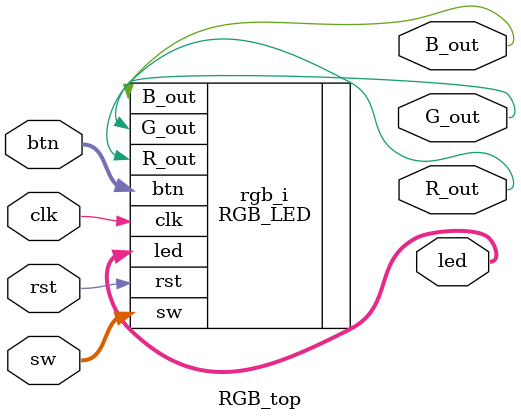
<source format=v>
module RGB_top (
    clk,
    rst,
    btn,
    sw,
    R_out,
    G_out,
    B_out,
    led
);

    input       clk;
    input       rst;
    input  [2:0]     btn;
    input  [1:0]  sw;
    output			R_out;
    output			G_out;
    output          B_out;
    output  [3:0] led;

  RGB_LED rgb_i (
    .clk ( clk ),
    .rst ( rst ),
    .btn(btn),
    .sw(sw),
    .R_out ( R_out ),
    .G_out ( G_out ),
    .B_out ( B_out ),
    .led(led)
  );


  
endmodule // RGB_top

</source>
